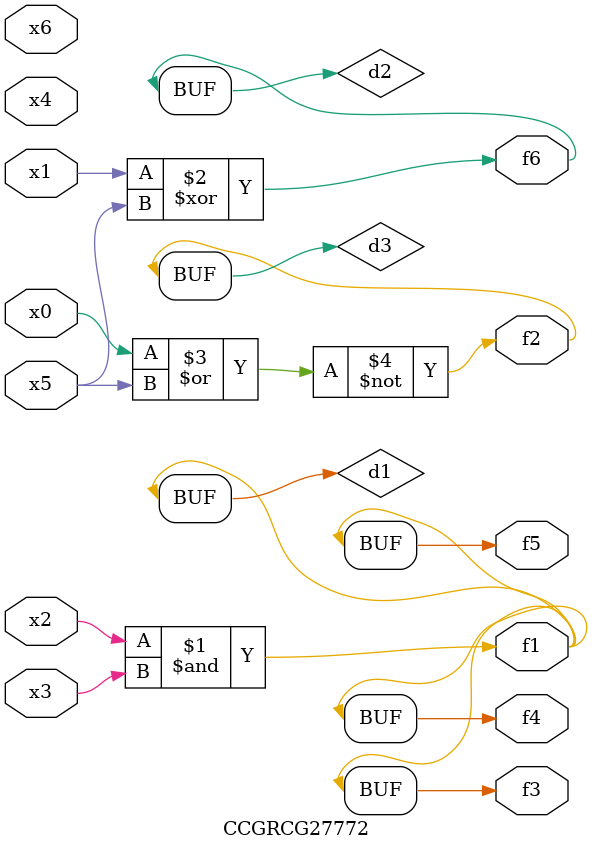
<source format=v>
module CCGRCG27772(
	input x0, x1, x2, x3, x4, x5, x6,
	output f1, f2, f3, f4, f5, f6
);

	wire d1, d2, d3;

	and (d1, x2, x3);
	xor (d2, x1, x5);
	nor (d3, x0, x5);
	assign f1 = d1;
	assign f2 = d3;
	assign f3 = d1;
	assign f4 = d1;
	assign f5 = d1;
	assign f6 = d2;
endmodule

</source>
